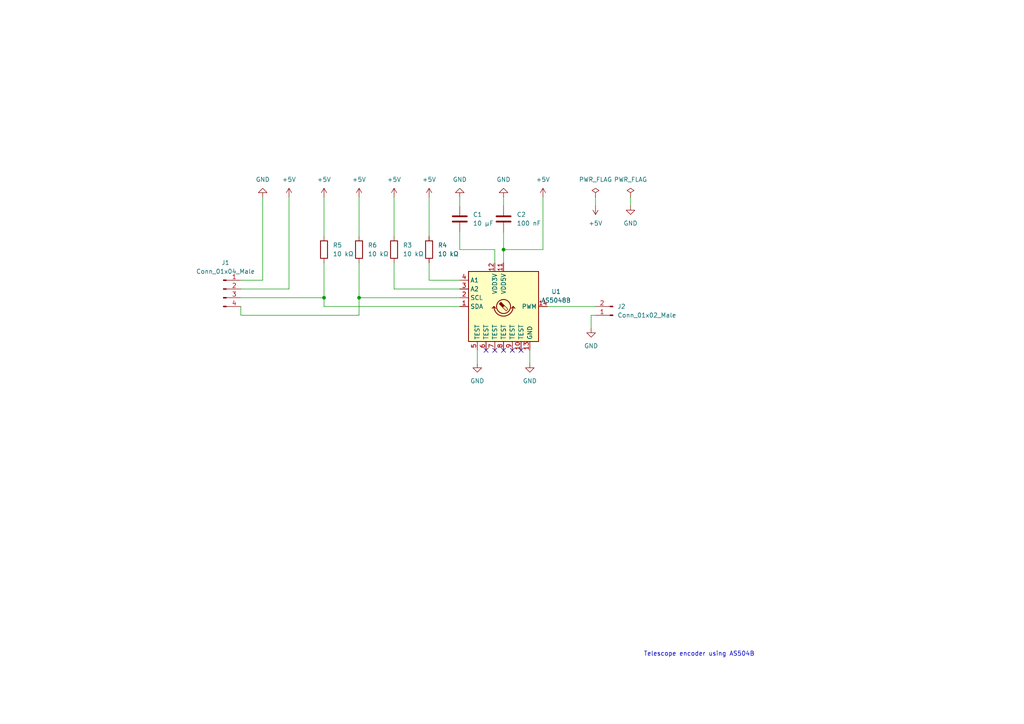
<source format=kicad_sch>
(kicad_sch (version 20211123) (generator eeschema)
  (paper "A4")
  (lib_symbols
    (symbol "Connector:Conn_01x02_Male" (pin_names (offset 1.016) hide)
      (property "Reference" "J" (at 0 2.54 0))
      (property "Value" "Conn_01x02_Male" (at 0 -5.08 0))
      (symbol "Conn_01x02_Male_1_1"
        (polyline (pts (xy 1.27 -2.54) (xy 0.8636 -2.54)) (stroke (width 0.1524)))
        (polyline (pts (xy 1.27 0) (xy 0.8636 0)) (stroke (width 0.1524)))
        (rectangle (start 0.8636 -2.413) (end 0 -2.667) (stroke (width 0.1524)) (fill (type outline)))
        (rectangle (start 0.8636 0.127) (end 0 -0.127) (stroke (width 0.1524)) (fill (type outline)))
        (pin passive line (at 5.08 0 180) (length 3.81) (name "Pin_1") (number "1"))
        (pin passive line (at 5.08 -2.54 180) (length 3.81) (name "Pin_2") (number "2"))
      )
    )
    (symbol "Connector:Conn_01x04_Male" (pin_names (offset 1.016) hide)
      (property "Reference" "J" (at 0 5.08 0))
      (property "Value" "Conn_01x04_Male" (at 0 -7.62 0))
      (symbol "Conn_01x04_Male_1_1"
        (polyline (pts (xy 1.27 -5.08) (xy 0.8636 -5.08)) (stroke (width 0.1524)))
        (polyline (pts (xy 1.27 -2.54) (xy 0.8636 -2.54)) (stroke (width 0.1524)))
        (polyline (pts (xy 1.27 0) (xy 0.8636 0)) (stroke (width 0.1524)))
        (polyline (pts (xy 1.27 2.54) (xy 0.8636 2.54)) (stroke (width 0.1524)))
        (rectangle (start 0.8636 -4.953) (end 0 -5.207) (stroke (width 0.1524)) (fill (type outline)))
        (rectangle (start 0.8636 -2.413) (end 0 -2.667) (stroke (width 0.1524)) (fill (type outline)))
        (rectangle (start 0.8636 0.127) (end 0 -0.127) (stroke (width 0.1524)) (fill (type outline)))
        (rectangle (start 0.8636 2.667) (end 0 2.413) (stroke (width 0.1524)) (fill (type outline)))
        (pin passive line (at 5.08 2.54 180) (length 3.81) (name "Pin_1") (number "1"))
        (pin passive line (at 5.08 0 180) (length 3.81) (name "Pin_2") (number "2"))
        (pin passive line (at 5.08 -2.54 180) (length 3.81) (name "Pin_3") (number "3"))
        (pin passive line (at 5.08 -5.08 180) (length 3.81) (name "Pin_4") (number "4"))
      )
    )
    (symbol "Device:C" (pin_numbers hide) (pin_names (offset 0.254))
      (property "Reference" "C" (at 0.635 2.54 0))
      (property "Value" "C" (at 0.635 -2.54 0))
      (symbol "C_0_1"
        (polyline (pts (xy -2.032 -0.762) (xy 2.032 -0.762)) (stroke (width 0.508)))
        (polyline (pts (xy -2.032 0.762) (xy 2.032 0.762)) (stroke (width 0.508)))
      )
      (symbol "C_1_1"
        (pin passive line (at 0 3.81 270) (length 2.794) (name "~") (number "1"))
        (pin passive line (at 0 -3.81 90) (length 2.794) (name "~") (number "2"))
      )
    )
    (symbol "Device:R" (pin_numbers hide) (pin_names (offset 0))
      (property "Reference" "R" (at 2.032 0 90))
      (property "Value" "R" (at 0 0 90))
      (symbol "R_0_1"
        (rectangle (start -1.016 -2.54) (end 1.016 2.54) (stroke (width 0.254)))
      )
      (symbol "R_1_1"
        (pin passive line (at 0 3.81 270) (length 1.27) (name "~") (number "1"))
        (pin passive line (at 0 -3.81 90) (length 1.27) (name "~") (number "2"))
      )
    )
    (symbol "Sensor_Magnetic:AS5048B"
      (property "Reference" "U" (at -10.16 11.43 0))
      (property "Value" "AS5048B" (at 10.16 11.43 0))
      (symbol "AS5048B_0_1"
        (rectangle (start -10.16 10.16) (end 10.16 -10.16) (stroke (width 0.254)) (fill (type background)))
        (arc (start -2.794 0) (mid 0 -2.794) (end 2.794 0) (stroke (width 0.254)))
        (polyline (pts (xy -2.794 0) (xy -3.302 -0.508)) (stroke (width 0.254)))
        (polyline (pts (xy -2.794 0) (xy -2.286 -0.508)) (stroke (width 0.254)))
        (polyline (pts (xy 2.794 0) (xy 2.286 -0.508)) (stroke (width 0.254)))
        (polyline (pts (xy 2.794 0) (xy 3.302 -0.508)) (stroke (width 0.254)))
      )
      (symbol "AS5048B_1_1"
        (polyline (pts (xy 0.254 0.254) (xy 1.27 -0.762) (xy 0.762 -1.27) (xy -0.254 -0.254)))
        (polyline (pts (xy -0.762 1.27) (xy 0.254 0.254) (xy -0.254 -0.254) (xy -1.27 0.762) (xy -1.016 1.016) (xy -0.762 1.27) (xy -0.635 1.143)) (fill (type outline)))
        (circle (center 0 0) (radius 2.032) (stroke (width 0.254)))
        (pin bidirectional line (at -12.7 0 0) (length 2.54) (name "SDA") (number "1"))
        (pin passive line (at 5.08 -12.7 90) (length 2.54) (name "TEST") (number "10"))
        (pin power_in line (at 0 12.7 270) (length 2.54) (name "VDD5V") (number "11"))
        (pin power_in line (at -2.54 12.7 270) (length 2.54) (name "VDD3V") (number "12"))
        (pin power_in line (at 7.62 -12.7 90) (length 2.54) (name "GND") (number "13"))
        (pin output line (at 12.7 0 180) (length 2.54) (name "PWM") (number "14"))
        (pin input line (at -12.7 2.54 0) (length 2.54) (name "SCL") (number "2"))
        (pin input line (at -12.7 5.08 0) (length 2.54) (name "A2") (number "3"))
        (pin input line (at -12.7 7.62 0) (length 2.54) (name "A1") (number "4"))
        (pin passive line (at -7.62 -12.7 90) (length 2.54) (name "TEST") (number "5"))
        (pin passive line (at -5.08 -12.7 90) (length 2.54) (name "TEST") (number "6"))
        (pin passive line (at -2.54 -12.7 90) (length 2.54) (name "TEST") (number "7"))
        (pin passive line (at 0 -12.7 90) (length 2.54) (name "TEST") (number "8"))
        (pin passive line (at 2.54 -12.7 90) (length 2.54) (name "TEST") (number "9"))
      )
    )
    (symbol "power:+5V" (power) (pin_names (offset 0))
      (property "Value" "+5V" (at 0 3.556 0))
      (symbol "+5V_0_1"
        (polyline (pts (xy -0.762 1.27) (xy 0 2.54)))
        (polyline (pts (xy 0 0) (xy 0 2.54)))
        (polyline (pts (xy 0 2.54) (xy 0.762 1.27)))
      )
      (symbol "+5V_1_1"
        (pin power_in line (at 0 0 90) (length 0) hide (name "+5V") (number "1"))
      )
    )
    (symbol "power:GND" (power) (pin_names (offset 0))
      (property "Value" "GND" (at 0 -3.81 0))
      (symbol "GND_0_1"
        (polyline (pts (xy 0 0) (xy 0 -1.27) (xy 1.27 -1.27) (xy 0 -2.54) (xy -1.27 -1.27) (xy 0 -1.27)))
      )
      (symbol "GND_1_1"
        (pin power_in line (at 0 0 270) (length 0) hide (name "GND") (number "1"))
      )
    )
    (symbol "power:PWR_FLAG" (power) (pin_numbers hide) (pin_names (offset 0) hide)
      (property "Value" "PWR_FLAG" (at 0 3.81 0))
      (symbol "PWR_FLAG_0_0"
        (pin power_out line (at 0 0 90) (length 0) (name "pwr") (number "1"))
      )
      (symbol "PWR_FLAG_0_1"
        (polyline (pts (xy 0 0) (xy 0 1.27) (xy -1.016 1.905) (xy 0 2.54) (xy 1.016 1.905) (xy 0 1.27)))
      )
    )
  )
  (junction (at 104.14 86.36))
  (junction (at 146.05 72.39))
  (junction (at 93.98 86.36))
  (no_connect (at 148.59 101.6))
  (no_connect (at 151.13 101.6))
  (no_connect (at 146.05 101.6))
  (no_connect (at 140.97 101.6))
  (no_connect (at 143.51 101.6))
  (wire (pts (xy 146.05 57.15) (xy 146.05 59.69)))
  (wire (pts (xy 143.51 72.39) (xy 143.51 76.2)))
  (wire (pts (xy 124.46 76.2) (xy 124.46 81.28)))
  (wire (pts (xy 133.35 67.31) (xy 133.35 72.39)))
  (wire (pts (xy 182.88 57.15) (xy 182.88 59.69)))
  (wire (pts (xy 124.46 81.28) (xy 133.35 81.28)))
  (wire (pts (xy 69.85 91.44) (xy 104.14 91.44)))
  (wire (pts (xy 172.72 91.44) (xy 171.45 91.44)))
  (wire (pts (xy 114.3 57.15) (xy 114.3 68.58)))
  (wire (pts (xy 138.43 101.6) (xy 138.43 105.41)))
  (wire (pts (xy 114.3 76.2) (xy 114.3 83.82)))
  (wire (pts (xy 104.14 86.36) (xy 104.14 91.44)))
  (wire (pts (xy 146.05 67.31) (xy 146.05 72.39)))
  (wire (pts (xy 104.14 57.15) (xy 104.14 68.58)))
  (wire (pts (xy 124.46 57.15) (xy 124.46 68.58)))
  (wire (pts (xy 133.35 57.15) (xy 133.35 59.69)))
  (wire (pts (xy 93.98 57.15) (xy 93.98 68.58)))
  (wire (pts (xy 93.98 76.2) (xy 93.98 86.36)))
  (wire (pts (xy 114.3 83.82) (xy 133.35 83.82)))
  (wire (pts (xy 69.85 88.9) (xy 69.85 91.44)))
  (wire (pts (xy 93.98 88.9) (xy 133.35 88.9)))
  (wire (pts (xy 93.98 86.36) (xy 93.98 88.9)))
  (wire (pts (xy 69.85 86.36) (xy 93.98 86.36)))
  (wire (pts (xy 171.45 91.44) (xy 171.45 95.25)))
  (wire (pts (xy 76.2 57.15) (xy 76.2 81.28)))
  (wire (pts (xy 157.48 57.15) (xy 157.48 72.39)))
  (wire (pts (xy 83.82 57.15) (xy 83.82 83.82)))
  (wire (pts (xy 158.75 88.9) (xy 172.72 88.9)))
  (wire (pts (xy 69.85 81.28) (xy 76.2 81.28)))
  (wire (pts (xy 104.14 76.2) (xy 104.14 86.36)))
  (wire (pts (xy 153.67 101.6) (xy 153.67 105.41)))
  (wire (pts (xy 146.05 72.39) (xy 146.05 76.2)))
  (wire (pts (xy 104.14 86.36) (xy 133.35 86.36)))
  (wire (pts (xy 172.72 57.15) (xy 172.72 59.69)))
  (wire (pts (xy 146.05 72.39) (xy 157.48 72.39)))
  (wire (pts (xy 69.85 83.82) (xy 83.82 83.82)))
  (wire (pts (xy 133.35 72.39) (xy 143.51 72.39)))
  (text "Telescope encoder using AS504B" (at 186.69 190.5 0) (effects (font (size 1.27 1.27)) (justify left bottom)))
  (symbol (lib_id "power:GND") (at 138.43 105.41 0) (unit 1)
    (property "Reference" "#PWR0106" (effects hide))
    (property "Value" "GND" (at 138.43 110.49 0))
  )
  (symbol (lib_id "power:+5V") (at 93.98 57.15 0) (unit 1)
    (property "Reference" "#PWR0110" (effects hide))
    (property "Value" "+5V" (at 93.98 52.07 0))
  )
  (symbol (lib_id "power:GND") (at 153.67 105.41 0) (unit 1)
    (property "Reference" "#PWR0105" (effects hide))
    (property "Value" "GND" (at 153.67 110.49 0))
  )
  (symbol (lib_id "Device:R") (at 124.46 72.39 0) (unit 1)
    (property "Reference" "R4" (at 127 71.1199 0) (effects (justify left)))
    (property "Value" "10 kΩ" (at 127 73.6599 0) (effects (justify left)))
    (property "Footprint" "Resistor_SMD:R_1206_3216Metric_Pad1.30x1.75mm_HandSolder" (effects hide))
  )
  (symbol (lib_id "power:+5V") (at 104.14 57.15 0) (unit 1)
    (property "Reference" "#PWR0109" (effects hide))
    (property "Value" "+5V" (at 104.14 52.07 0))
  )
  (symbol (lib_id "power:GND") (at 76.2 57.15 180) (unit 1)
    (property "Reference" "#PWR0108" (effects hide))
    (property "Value" "GND" (at 76.2 52.07 0))
  )
  (symbol (lib_id "power:+5V") (at 114.3 57.15 0) (unit 1)
    (property "Reference" "#PWR0111" (effects hide))
    (property "Value" "+5V" (at 114.3 52.07 0))
  )
  (symbol (lib_id "Device:R") (at 93.98 72.39 0) (unit 1)
    (property "Reference" "R5" (at 96.52 71.1199 0) (effects (justify left)))
    (property "Value" "10 kΩ" (at 96.52 73.6599 0) (effects (justify left)))
    (property "Footprint" "Resistor_SMD:R_1206_3216Metric_Pad1.30x1.75mm_HandSolder" (effects hide))
  )
  (symbol (lib_id "power:PWR_FLAG") (at 182.88 57.15 0) (unit 1)
    (property "Reference" "#FLG0102" (effects hide))
    (property "Value" "PWR_FLAG" (at 182.88 52.07 0))
  )
  (symbol (lib_id "power:+5V") (at 83.82 57.15 0) (unit 1)
    (property "Reference" "#PWR0107" (effects hide))
    (property "Value" "+5V" (at 83.82 52.07 0))
  )
  (symbol (lib_id "Device:C") (at 133.35 63.5 0) (unit 1)
    (property "Reference" "C1" (at 137.16 62.2299 0) (effects (justify left)))
    (property "Value" "10 µF" (at 137.16 64.7699 0) (effects (justify left)))
    (property "Footprint" "Capacitor_SMD:C_1206_3216Metric_Pad1.33x1.80mm_HandSolder" (effects hide))
  )
  (symbol (lib_id "power:GND") (at 171.45 95.25 0) (unit 1)
    (property "Reference" "#PWR0104" (effects hide))
    (property "Value" "GND" (at 171.45 100.33 0))
  )
  (symbol (lib_id "Sensor_Magnetic:AS5048B") (at 146.05 88.9 0) (unit 1)
    (property "Reference" "U1" (at 161.29 84.5693 0))
    (property "Value" "AS5048B" (at 161.29 87.1093 0))
    (property "Footprint" "Package_SO:TSSOP-14_4.4x5mm_P0.65mm" (effects hide))
    (property "Datasheet" "https://ams.com/documents/20143/36005/AS5048_DS000298_4-00.pdf" (effects hide))
  )
  (symbol (lib_id "power:+5V") (at 124.46 57.15 0) (unit 1)
    (property "Reference" "#PWR0112" (effects hide))
    (property "Value" "+5V" (at 124.46 52.07 0))
  )
  (symbol (lib_id "Device:C") (at 146.05 63.5 0) (unit 1)
    (property "Reference" "C2" (at 149.86 62.2299 0) (effects (justify left)))
    (property "Value" "100 nF" (at 149.86 64.7699 0) (effects (justify left)))
    (property "Footprint" "Capacitor_THT:C_Disc_D7.0mm_W2.5mm_P5.00mm" (effects hide))
  )
  (symbol (lib_id "Device:R") (at 104.14 72.39 0) (unit 1)
    (property "Reference" "R6" (at 106.68 71.1199 0) (effects (justify left)))
    (property "Value" "10 kΩ" (at 106.68 73.6599 0) (effects (justify left)))
    (property "Footprint" "Resistor_SMD:R_1206_3216Metric_Pad1.30x1.75mm_HandSolder" (effects hide))
  )
  (symbol (lib_id "power:PWR_FLAG") (at 172.72 57.15 0) (unit 1)
    (property "Reference" "#FLG0101" (effects hide))
    (property "Value" "PWR_FLAG" (at 172.72 52.07 0))
  )
  (symbol (lib_id "Device:R") (at -95.25 31.75 0) (unit 1)
    (property "Reference" "R1" (at -92.71 30.4799 0) (effects (justify left)))
    (property "Value" "10 kΩ" (at -92.71 33.0199 0) (effects (justify left)))
    (property "Footprint" "Resistor_SMD:R_1206_3216Metric_Pad1.30x1.75mm_HandSolder" (effects hide))
  )
  (symbol (lib_id "power:+5V") (at 172.72 59.69 180) (unit 1)
    (property "Reference" "#PWR0113" (effects hide))
    (property "Value" "+5V" (at 172.72 64.77 0))
  )
  (symbol (lib_id "power:+5V") (at 157.48 57.15 0) (unit 1)
    (property "Reference" "#PWR0101" (effects hide))
    (property "Value" "+5V" (at 157.48 52.07 0))
  )
  (symbol (lib_id "power:GND") (at 133.35 57.15 180) (unit 1)
    (property "Reference" "#PWR0103" (effects hide))
    (property "Value" "GND" (at 133.35 52.07 0))
  )
  (symbol (lib_id "power:GND") (at 146.05 57.15 180) (unit 1)
    (property "Reference" "#PWR0102" (effects hide))
    (property "Value" "GND" (at 146.05 52.07 0))
  )
  (symbol (lib_id "Connector:Conn_01x04_Male") (at 64.77 83.82 0) (unit 1)
    (property "Reference" "J1" (at 65.405 76.2 0))
    (property "Value" "Conn_01x04_Male" (at 65.405 78.74 0))
    (property "Footprint" "Connector_PinHeader_1.27mm:PinHeader_1x04_P1.27mm_Vertical" (effects hide))
  )
  (symbol (lib_id "power:GND") (at 182.88 59.69 0) (unit 1)
    (property "Reference" "#PWR0114" (effects hide))
    (property "Value" "GND" (at 182.88 64.77 0))
  )
  (symbol (lib_id "Connector:Conn_01x02_Male") (at 177.8 91.44 180) (unit 1)
    (property "Reference" "J2" (at 179.07 88.8999 0) (effects (justify right)))
    (property "Value" "Conn_01x02_Male" (at 179.07 91.4399 0) (effects (justify right)))
    (property "Footprint" "Connector_PinHeader_1.00mm:PinHeader_1x02_P1.00mm_Vertical" (effects hide))
  )
  (symbol (lib_id "Device:R") (at 114.3 72.39 0) (unit 1)
    (property "Reference" "R3" (at 116.84 71.1199 0) (effects (justify left)))
    (property "Value" "10 kΩ" (at 116.84 73.6599 0) (effects (justify left)))
    (property "Footprint" "Resistor_SMD:R_1206_3216Metric_Pad1.30x1.75mm_HandSolder" (effects hide))
  )
)
</source>
